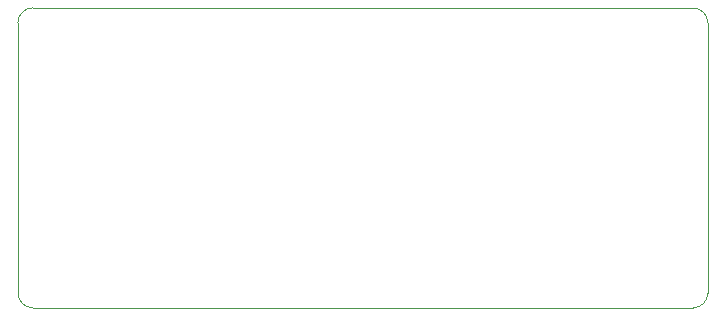
<source format=gm1>
G04 #@! TF.GenerationSoftware,KiCad,Pcbnew,(6.0.11-0)*
G04 #@! TF.CreationDate,2023-06-10T21:35:02+02:00*
G04 #@! TF.ProjectId,debug_leds,64656275-675f-46c6-9564-732e6b696361,REV*
G04 #@! TF.SameCoordinates,Original*
G04 #@! TF.FileFunction,Profile,NP*
%FSLAX46Y46*%
G04 Gerber Fmt 4.6, Leading zero omitted, Abs format (unit mm)*
G04 Created by KiCad (PCBNEW (6.0.11-0)) date 2023-06-10 21:35:02*
%MOMM*%
%LPD*%
G01*
G04 APERTURE LIST*
G04 #@! TA.AperFunction,Profile*
%ADD10C,0.100000*%
G04 #@! TD*
G04 APERTURE END LIST*
D10*
X160020000Y-52070000D02*
G75*
G03*
X158750000Y-50800000I-1270000J0D01*
G01*
X158750000Y-76200000D02*
G75*
G03*
X160020000Y-74930000I0J1270000D01*
G01*
X101600000Y-74930000D02*
G75*
G03*
X102870000Y-76200000I1270000J0D01*
G01*
X102870000Y-50800000D02*
G75*
G03*
X101600000Y-52070000I0J-1270000D01*
G01*
X102870000Y-76200000D02*
X158750000Y-76200000D01*
X160020000Y-74930000D02*
X160020000Y-52070000D01*
X101600000Y-52070000D02*
X101600000Y-74930000D01*
X102870000Y-50800000D02*
X158750000Y-50800000D01*
M02*

</source>
